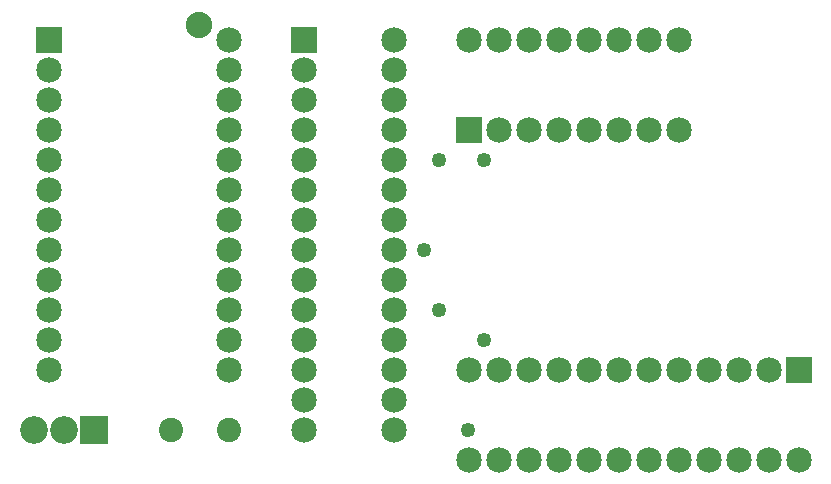
<source format=gts>
G04 MADE WITH FRITZING*
G04 WWW.FRITZING.ORG*
G04 DOUBLE SIDED*
G04 HOLES PLATED*
G04 CONTOUR ON CENTER OF CONTOUR VECTOR*
%ASAXBY*%
%FSLAX23Y23*%
%MOIN*%
%OFA0B0*%
%SFA1.0B1.0*%
%ADD10C,0.049370*%
%ADD11C,0.085000*%
%ADD12C,0.092000*%
%ADD13C,0.080925*%
%ADD14C,0.080866*%
%ADD15C,0.088000*%
%ADD16R,0.085000X0.085000*%
%ADD17R,0.092000X0.092000*%
%LNMASK1*%
G90*
G70*
G54D10*
X1678Y476D03*
X1530Y1074D03*
X1678Y1074D03*
X1627Y175D03*
X1528Y576D03*
X1478Y776D03*
G54D11*
X2728Y376D03*
X2728Y76D03*
X2628Y376D03*
X2628Y76D03*
X2528Y376D03*
X2528Y76D03*
X2428Y376D03*
X2428Y76D03*
X2328Y376D03*
X2328Y76D03*
X2228Y376D03*
X2228Y76D03*
X2128Y376D03*
X2128Y76D03*
X2028Y376D03*
X2028Y76D03*
X1928Y376D03*
X1928Y76D03*
X1828Y376D03*
X1828Y76D03*
X1728Y376D03*
X1728Y76D03*
X1628Y376D03*
X1628Y76D03*
X1078Y1476D03*
X1378Y1476D03*
X1078Y1376D03*
X1378Y1376D03*
X1078Y1276D03*
X1378Y1276D03*
X1078Y1176D03*
X1378Y1176D03*
X1078Y1076D03*
X1378Y1076D03*
X1078Y976D03*
X1378Y976D03*
X1078Y876D03*
X1378Y876D03*
X1078Y776D03*
X1378Y776D03*
X1078Y676D03*
X1378Y676D03*
X1078Y576D03*
X1378Y576D03*
X1078Y476D03*
X1378Y476D03*
X1078Y376D03*
X1378Y376D03*
X1078Y276D03*
X1378Y276D03*
X1078Y176D03*
X1378Y176D03*
X228Y1476D03*
X828Y1476D03*
X228Y1376D03*
X828Y1376D03*
X228Y1276D03*
X828Y1276D03*
X228Y1176D03*
X828Y1176D03*
X228Y1076D03*
X828Y1076D03*
X228Y976D03*
X828Y976D03*
X228Y876D03*
X828Y876D03*
X228Y776D03*
X828Y776D03*
X228Y676D03*
X828Y676D03*
X228Y576D03*
X828Y576D03*
X228Y476D03*
X828Y476D03*
X228Y376D03*
X828Y376D03*
G54D12*
X378Y176D03*
X278Y176D03*
X178Y176D03*
G54D13*
X635Y176D03*
G54D14*
X828Y176D03*
G54D11*
X1628Y1176D03*
X1628Y1476D03*
X1728Y1176D03*
X1728Y1476D03*
X1828Y1176D03*
X1828Y1476D03*
X1928Y1176D03*
X1928Y1476D03*
X2028Y1176D03*
X2028Y1476D03*
X2128Y1176D03*
X2128Y1476D03*
X2228Y1176D03*
X2228Y1476D03*
X2328Y1176D03*
X2328Y1476D03*
G54D15*
X728Y1526D03*
G54D16*
X2728Y376D03*
X1078Y1476D03*
X228Y1476D03*
G54D17*
X378Y176D03*
G54D16*
X1628Y1176D03*
G04 End of Mask1*
M02*
</source>
